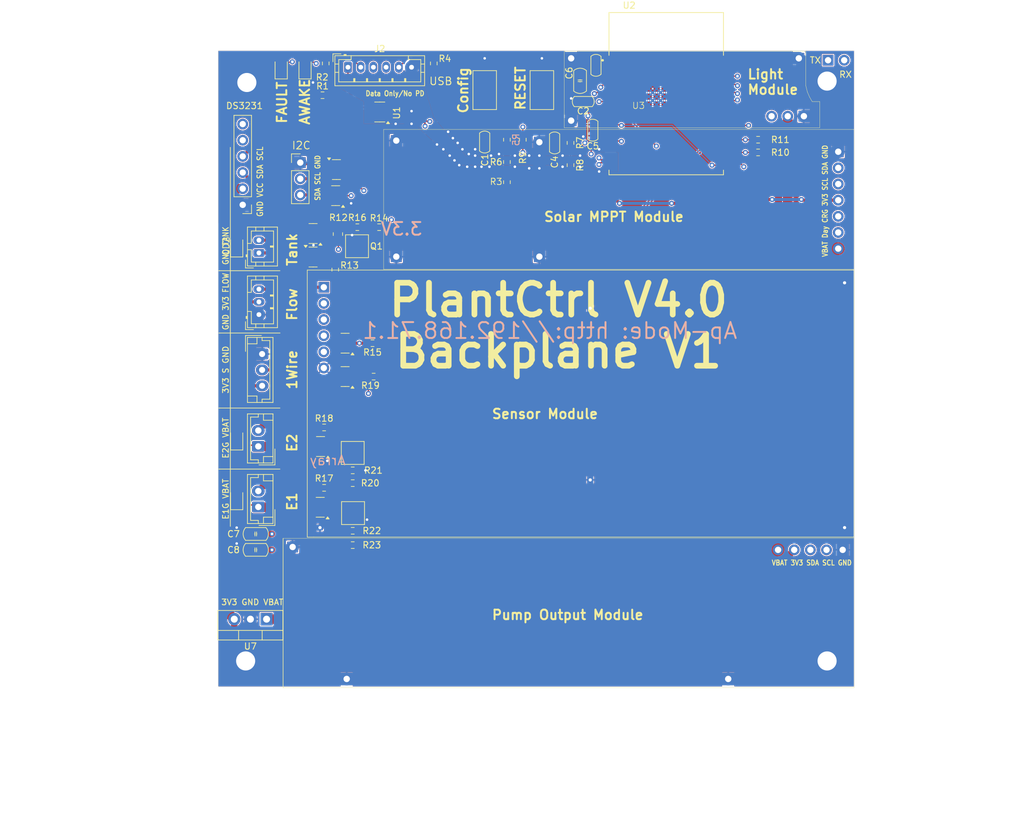
<source format=kicad_pcb>
(kicad_pcb
	(version 20241229)
	(generator "pcbnew")
	(generator_version "9.0")
	(general
		(thickness 1.6)
		(legacy_teardrops no)
	)
	(paper "A4")
	(layers
		(0 "F.Cu" signal)
		(4 "In1.Cu" signal)
		(6 "In2.Cu" signal)
		(2 "B.Cu" signal)
		(9 "F.Adhes" user "F.Adhesive")
		(11 "B.Adhes" user "B.Adhesive")
		(13 "F.Paste" user)
		(15 "B.Paste" user)
		(5 "F.SilkS" user "F.Silkscreen")
		(7 "B.SilkS" user "B.Silkscreen")
		(1 "F.Mask" user)
		(3 "B.Mask" user)
		(17 "Dwgs.User" user "User.Drawings")
		(19 "Cmts.User" user "User.Comments")
		(21 "Eco1.User" user "User.Eco1")
		(23 "Eco2.User" user "User.Eco2")
		(25 "Edge.Cuts" user)
		(27 "Margin" user)
		(31 "F.CrtYd" user "F.Courtyard")
		(29 "B.CrtYd" user "B.Courtyard")
		(35 "F.Fab" user)
		(33 "B.Fab" user)
	)
	(setup
		(stackup
			(layer "F.SilkS"
				(type "Top Silk Screen")
			)
			(layer "F.Paste"
				(type "Top Solder Paste")
			)
			(layer "F.Mask"
				(type "Top Solder Mask")
				(thickness 0.01)
			)
			(layer "F.Cu"
				(type "copper")
				(thickness 0.035)
			)
			(layer "dielectric 1"
				(type "prepreg")
				(thickness 0.1)
				(material "FR4")
				(epsilon_r 4.5)
				(loss_tangent 0.02)
			)
			(layer "In1.Cu"
				(type "copper")
				(thickness 0.035)
			)
			(layer "dielectric 2"
				(type "core")
				(thickness 1.24)
				(material "FR4")
				(epsilon_r 4.5)
				(loss_tangent 0.02)
			)
			(layer "In2.Cu"
				(type "copper")
				(thickness 0.035)
			)
			(layer "dielectric 3"
				(type "prepreg")
				(thickness 0.1)
				(material "FR4")
				(epsilon_r 4.5)
				(loss_tangent 0.02)
			)
			(layer "B.Cu"
				(type "copper")
				(thickness 0.035)
			)
			(layer "B.Mask"
				(type "Bottom Solder Mask")
				(thickness 0.01)
			)
			(layer "B.Paste"
				(type "Bottom Solder Paste")
			)
			(layer "B.SilkS"
				(type "Bottom Silk Screen")
			)
			(copper_finish "HAL lead-free")
			(dielectric_constraints no)
		)
		(pad_to_mask_clearance 0.05)
		(allow_soldermask_bridges_in_footprints no)
		(tenting front back)
		(aux_axis_origin 68.58 26.67)
		(grid_origin 68.58 26.67)
		(pcbplotparams
			(layerselection 0x00000000_00000000_5555555f_ffffffff)
			(plot_on_all_layers_selection 0x00000000_00000000_00000000_00000000)
			(disableapertmacros no)
			(usegerberextensions no)
			(usegerberattributes no)
			(usegerberadvancedattributes no)
			(creategerberjobfile no)
			(dashed_line_dash_ratio 12.000000)
			(dashed_line_gap_ratio 3.000000)
			(svgprecision 4)
			(plotframeref no)
			(mode 1)
			(useauxorigin no)
			(hpglpennumber 1)
			(hpglpenspeed 20)
			(hpglpendiameter 15.000000)
			(pdf_front_fp_property_popups yes)
			(pdf_back_fp_property_popups yes)
			(pdf_metadata yes)
			(pdf_single_document no)
			(dxfpolygonmode yes)
			(dxfimperialunits yes)
			(dxfusepcbnewfont yes)
			(psnegative no)
			(psa4output no)
			(plot_black_and_white yes)
			(sketchpadsonfab no)
			(plotpadnumbers no)
			(hidednponfab no)
			(sketchdnponfab yes)
			(crossoutdnponfab yes)
			(subtractmaskfromsilk no)
			(outputformat 1)
			(mirror no)
			(drillshape 0)
			(scaleselection 1)
			(outputdirectory "gerber/")
		)
	)
	(net 0 "")
	(net 1 "EN")
	(net 2 "VBAT")
	(net 3 "GND")
	(net 4 "3_3V")
	(net 5 "Temp")
	(net 6 "Net-(C4-Pad2)")
	(net 7 "PUMP_ENABLE")
	(net 8 "TANK_SENSOR")
	(net 9 "Charge")
	(net 10 "Net-(Q1-G)")
	(net 11 "ESP_RX")
	(net 12 "ESP_TX")
	(net 13 "Net-(Boot1-Pad2)")
	(net 14 "SDA")
	(net 15 "SCL")
	(net 16 "Net-(CD1-A)")
	(net 17 "Net-(D2-K)")
	(net 18 "CD_Probe")
	(net 19 "IsDay")
	(net 20 "LED_ENABLE")
	(net 21 "WORKING")
	(net 22 "ENABLE_TANK")
	(net 23 "USB_D-")
	(net 24 "FLOW")
	(net 25 "USB_D+")
	(net 26 "BOOT_SEL")
	(net 27 "WARN_LED")
	(net 28 "SQW")
	(net 29 "32K")
	(net 30 "USB_BUS")
	(net 31 "Net-(R3-Pad1)")
	(net 32 "unconnected-(U1-I{slash}O2-Pad4)")
	(net 33 "unconnected-(U1-I{slash}O1-Pad6)")
	(net 34 "Net-(J4-Pin_1)")
	(net 35 "Net-(D8-K)")
	(net 36 "Net-(D8-A)")
	(net 37 "Net-(D10-K)")
	(net 38 "Net-(D10-A)")
	(net 39 "Net-(J2-Pin_5)")
	(net 40 "Net-(Q2-G)")
	(net 41 "Net-(J2-Pin_2)")
	(net 42 "unconnected-(U2-IO8-Pad10)")
	(net 43 "unconnected-(U2-IO0-Pad8)")
	(net 44 "unconnected-(U2-NC-Pad22)")
	(net 45 "Net-(Q3-G)")
	(net 46 "EXTRA_1")
	(net 47 "EXTRA_2")
	(net 48 "Net-(CD2-K)")
	(net 49 "unconnected-(U5-VBAT-Pad2)")
	(footprint "Package_TO_SOT_SMD:SOT-23" (layer "F.Cu") (at 185.7675 101.92 180))
	(footprint "MPPT:MPPT" (layer "F.Cu") (at 232.68 48.3075))
	(footprint "Button_Switch_SMD:SW_SPST_CK_RS282G05A3" (layer "F.Cu") (at 220.58 45.87 -90))
	(footprint "PumpOut:PumpModule" (layer "F.Cu") (at 219.88 111.47))
	(footprint "Connector_JST:JST_EH_B2B-EH-A_1x02_P2.50mm_Vertical" (layer "F.Cu") (at 175.98 111.42 90))
	(footprint "PCM_Capacitor_SMD_Handsoldering_AKL:C_0805_2012Metric_Pad1.18x1.45mm" (layer "F.Cu") (at 175.58 115.67 180))
	(footprint "PCM_Capacitor_SMD_Handsoldering_AKL:C_0603_1608Metric_Pad1.08x0.95mm" (layer "F.Cu") (at 229.08 41.97 -90))
	(footprint "Resistor_SMD:R_0603_1608Metric" (layer "F.Cu") (at 254.58 53.67 180))
	(footprint "PCM_Capacitor_SMD_Handsoldering_AKL:C_0603_1608Metric_Pad1.08x0.95mm" (layer "F.Cu") (at 227.08 47.67))
	(footprint "Button_Switch_SMD:SW_SPST_CK_RS282G05A3" (layer "F.Cu") (at 211.58 45.87 -90))
	(footprint "Resistor_SMD:R_0603_1608Metric" (layer "F.Cu") (at 225.08 54.17 90))
	(footprint "Connector_JST:JST_PH_B3B-PH-K_1x03_P2.00mm_Vertical" (layer "F.Cu") (at 176.08 81.17 90))
	(footprint "Connector_JST:JST_EH_B3B-EH-A_1x03_P2.50mm_Vertical" (layer "F.Cu") (at 176.58 87.37 -90))
	(footprint "Resistor_SMD:R_0603_1608Metric" (layer "F.Cu") (at 191.555 67.42 180))
	(footprint "Resistor_SMD:R_0603_1608Metric" (layer "F.Cu") (at 190.83 115.17))
	(footprint "Package_TO_SOT_SMD:SOT-23" (layer "F.Cu") (at 189.63 85.67 180))
	(footprint "LED_SMD:LED_0805_2012Metric" (layer "F.Cu") (at 179.58 42.42 90))
	(footprint "Package_TO_SOT_SMD:SOT-23" (layer "F.Cu") (at 184.5925 68.42 180))
	(footprint "Resistor_SMD:R_0603_1608Metric" (layer "F.Cu") (at 217.58 53.67 -90))
	(footprint "Connector_PinHeader_2.54mm:PinHeader_1x06_P2.54mm_Vertical" (layer "F.Cu") (at 173.53 63.91 180))
	(footprint "LED_SMD:LED_0805_2012Metric" (layer "F.Cu") (at 172.58 110.17 90))
	(footprint "Resistor_SMD:R_0603_1608Metric" (layer "F.Cu") (at 186.58 41.67 -90))
	(footprint "Package_TO_SOT_SMD:SOT-23-6" (layer "F.Cu") (at 195.08 49.3075 180))
	(footprint "Package_TO_SOT_SMD:SOT-23" (layer "F.Cu") (at 189.63 90.92 180))
	(footprint "PCM_Capacitor_SMD_Handsoldering_AKL:C_0805_2012Metric_Pad1.18x1.45mm" (layer "F.Cu") (at 175.58 118.17 180))
	(footprint "Resistor_SMD:R_0603_1608Metric" (layer "F.Cu") (at 215.08 60.345 -90))
	(footprint "Resistor_SMD:R_0603_1608Metric" (layer "F.Cu") (at 194.98 67.42))
	(footprint "PCM_Capacitor_SMD_Handsoldering_AKL:C_0603_1608Metric_Pad1.08x0.95mm" (layer "F.Cu") (at 211.58 54.0325 90))
	(footprint "Package_TO_SOT_SMD:SOT-23" (layer "F.Cu") (at 188.2675 58.37))
	(footprint "Resistor_SMD:R_0603_1608Metric" (layer "F.Cu") (at 194.1175 90.92))
	(footprint "PCM_Capacitor_SMD_Handsoldering_AKL:C_0805_2012Metric_Pad1.18x1.45mm" (layer "F.Cu") (at 226.58 44.4075 90))
	(footprint "Resistor_SMD:R_0603_1608Metric" (layer "F.Cu") (at 190.83 105.67))
	(footprint "Modules:LightPower" (layer "F.Cu") (at 243.18 45.67))
	(footprint "PCM_Package_TO_SOT_SMD_AKL:SOT-23"
		(layer "F.Cu")
		(uuid "6fb21888-6d4c-4e98-920e-89709a67d614")
		(at 190.83 102.92 90)
		(descr "SOT-23, Standard, Alternate KiCad Library")
		(tags "SOT-23")
		(property "Reference" "Q3"
			(at 0 -2.5 90)
			(layer "F.SilkS")
			(hide yes)
			(uuid "0e2aeb5d-a11c-45dd-99c8-94d4107fcf47")
			(effects
				(font
					(size 1 1)
					(thickness 0.15)
				)
			)
		)
		(property "Value" "N-channel 30V 5A"
			(at 0 2.5 90)
			(layer "F.Fab")
			(hide yes)
			(uuid "348e7418-2f78-44d7-a1d3-7fd68d338e4e")
			(effects
				(font
					(size 1 1)
					(thickness 0.15)
				)
			)
		)
		(property "Datasheet" ""
			(at 0 0 90)
			(layer "F.Fab")
			(hide yes)
			(uuid "16295c85-23fb-4085-a495-3e5c66ae831f")
			(effects
				(font
					(size 1.27 1.27)
					(thickness 0.15)
				)
			)
		)
		(property "Description" ""
			(at 0 0 90)
			(layer "F.Fab")
			(hide yes)
			(uuid "c9491bd4-4f7a-43f6-98f0-dfb36b8034ca")
			(effects
				(font
					(size 1.27 1.27)
					(thickness 0.15)
				)
			)
		)
		(property "LCSC_PART_NUMBER" "C5364313"
			(at 0 0 90)
			(unlocked yes)
			(layer "F.Fab")
			(hide yes)
			(uuid "d823f3f1-df53-4127-9351-da04afcfd9d4")
			(effects
				(font
					(size 1 1)
					(thickness 0.15)
				)
			)
		)
		(property "LCSC" ""
			(at 0 0 90)
			(unlocked yes)
			(layer "F.Fab")
			(hide yes)
			(uuid "fcc478ea-4689-4c11-bf10-5fda57085541")
			(effects
				(font
					(size 1 1)
					(thickness 0.15)
				)
			)
		)
		(property "Sim.Device" ""
			(at 0 0 90)
			(unlocked yes)
			(layer "F.Fab")
			(hide yes)
			(uuid "682487d9-e5c1-4546-8065-9576ca62c2ce")
			(effects
				(font
					(size 1 1)
					(thickness 0.15)
				)
			)
		)
		(property "Sim.Pins" ""
			(at 0 0 90)
			(unlocked yes)
			(layer "F.Fab")
			(hide yes)
			(uuid "1cdda491-477a-4ce8-b6a9-50dcd80d91f2")
			(effects
				(font
					(size 1 1)
					(thickness 0.15)
				)
			)
		)
		(property "Sim.Type" ""
			(at 0 0 90)
			(unlocked yes)
			(layer "F.Fab")
			(hide yes)
			(uuid "16519ba9-3a36-4525-b2d1-2f3ded7ad1b0")
			(effects
				(font
					(size 1 1)
					(thickness 0.15)
				)
			)
		)
		(path "/63501da7-4e8a-4e8f-bc63-8b2c9f634381")
		(sheetname "/")
		(sheetfile "PlantCtrlESP32.kicad_sch")
		(attr smd)
		(fp_line
			(start 1.8 -1.8)
			(end -1.8 -1.8)
			(stroke
				(width 0.12)
				(type solid)
			)
			(layer "F.SilkS")
			(uuid
... [4042428 chars truncated]
</source>
